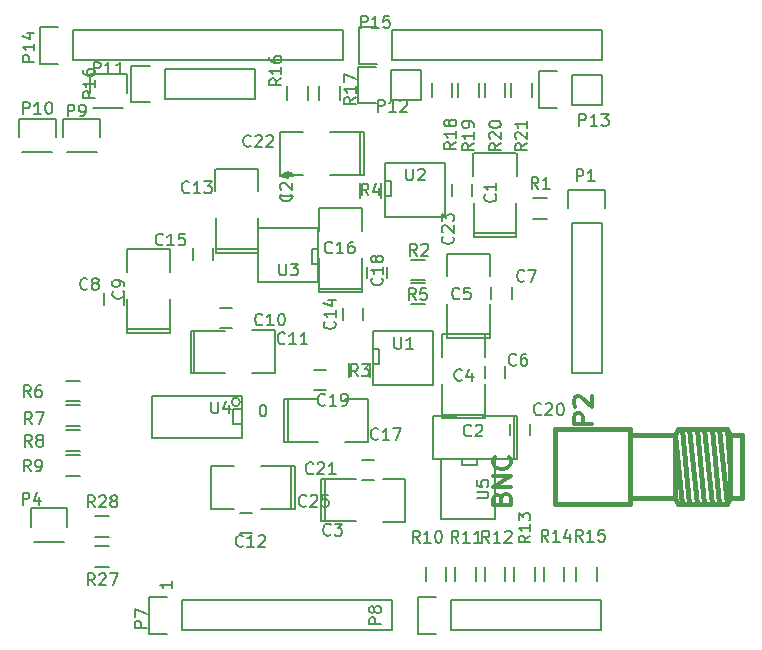
<source format=gto>
G04 #@! TF.FileFunction,Legend,Top*
%FSLAX46Y46*%
G04 Gerber Fmt 4.6, Leading zero omitted, Abs format (unit mm)*
G04 Created by KiCad (PCBNEW (2014-11-17 BZR 5289)-product) date Wed 21 Oct 2015 02:01:30 PM EDT*
%MOMM*%
G01*
G04 APERTURE LIST*
%ADD10C,0.100000*%
%ADD11C,0.150000*%
%ADD12C,0.381000*%
%ADD13C,0.304800*%
G04 APERTURE END LIST*
D10*
D11*
X139390381Y-120999285D02*
X139390381Y-121570714D01*
X139390381Y-121285000D02*
X138390381Y-121285000D01*
X138533238Y-121380238D01*
X138628476Y-121475476D01*
X138676095Y-121570714D01*
D12*
X186674060Y-113914380D02*
X187618940Y-113914380D01*
X186674060Y-108595620D02*
X187618940Y-108595620D01*
X178167600Y-108595620D02*
X181947120Y-108595620D01*
X178167600Y-113914380D02*
X181947120Y-113914380D01*
X186359100Y-108062220D02*
X186674060Y-111521700D01*
X182577040Y-114447780D02*
X181947120Y-108595620D01*
X182577040Y-108062220D02*
X183206960Y-114447780D01*
X183206960Y-108062220D02*
X183836880Y-114447780D01*
X183836880Y-108062220D02*
X184466800Y-114447780D01*
X184466800Y-108062220D02*
X185099260Y-114447780D01*
X185099260Y-108062220D02*
X185729180Y-114447780D01*
X185729180Y-108062220D02*
X186359100Y-114447780D01*
X186359100Y-108062220D02*
X186674060Y-108595620D01*
X186674060Y-108595620D02*
X186674060Y-113914380D01*
X186674060Y-113914380D02*
X186359100Y-114447780D01*
X186359100Y-114447780D02*
X182262080Y-114447780D01*
X182262080Y-114447780D02*
X181947120Y-113914380D01*
X181947120Y-113914380D02*
X181947120Y-108595620D01*
X181947120Y-108595620D02*
X182262080Y-108062220D01*
X182262080Y-108062220D02*
X186359100Y-108062220D01*
X187618940Y-113914380D02*
X187618940Y-108595620D01*
X178167600Y-108105400D02*
X178167600Y-114404600D01*
X178167600Y-114404600D02*
X171868400Y-114404600D01*
X171868400Y-114404600D02*
X171868400Y-108105400D01*
X171868400Y-108105400D02*
X178167600Y-108105400D01*
D11*
X166754000Y-110665000D02*
X166754000Y-115745000D01*
X166754000Y-115745000D02*
X162182000Y-115745000D01*
X162182000Y-115745000D02*
X162182000Y-110665000D01*
X162182000Y-110665000D02*
X166754000Y-110665000D01*
X165230000Y-110665000D02*
X165230000Y-111173000D01*
X165230000Y-111173000D02*
X163960000Y-111173000D01*
X163960000Y-111173000D02*
X163960000Y-110665000D01*
X137688000Y-108843000D02*
X145308000Y-108843000D01*
X145308000Y-105287000D02*
X137688000Y-105287000D01*
X137688000Y-108843000D02*
X137688000Y-105287000D01*
X145308000Y-105287000D02*
X145308000Y-108843000D01*
X145159210Y-105795000D02*
G75*
G03X145159210Y-105795000I-359210J0D01*
G01*
X145308000Y-107700000D02*
X144546000Y-107700000D01*
X144546000Y-107700000D02*
X144546000Y-106430000D01*
X144546000Y-106430000D02*
X145308000Y-106430000D01*
X151788000Y-95651000D02*
X146708000Y-95651000D01*
X146708000Y-95651000D02*
X146708000Y-91079000D01*
X146708000Y-91079000D02*
X151788000Y-91079000D01*
X151788000Y-91079000D02*
X151788000Y-95651000D01*
X151788000Y-94127000D02*
X151280000Y-94127000D01*
X151280000Y-94127000D02*
X151280000Y-92857000D01*
X151280000Y-92857000D02*
X151788000Y-92857000D01*
X157458000Y-85579000D02*
X162538000Y-85579000D01*
X162538000Y-85579000D02*
X162538000Y-90151000D01*
X162538000Y-90151000D02*
X157458000Y-90151000D01*
X157458000Y-90151000D02*
X157458000Y-85579000D01*
X157458000Y-87103000D02*
X157966000Y-87103000D01*
X157966000Y-87103000D02*
X157966000Y-88373000D01*
X157966000Y-88373000D02*
X157458000Y-88373000D01*
X156458000Y-99829000D02*
X161538000Y-99829000D01*
X161538000Y-99829000D02*
X161538000Y-104401000D01*
X161538000Y-104401000D02*
X156458000Y-104401000D01*
X156458000Y-104401000D02*
X156458000Y-99829000D01*
X156458000Y-101353000D02*
X156966000Y-101353000D01*
X156966000Y-101353000D02*
X156966000Y-102623000D01*
X156966000Y-102623000D02*
X156458000Y-102623000D01*
X165928000Y-102775000D02*
X165928000Y-103775000D01*
X167628000Y-103775000D02*
X167628000Y-102775000D01*
X168123000Y-79965000D02*
X168123000Y-78765000D01*
X169873000Y-78765000D02*
X169873000Y-79965000D01*
X165873000Y-79965000D02*
X165873000Y-78765000D01*
X167623000Y-78765000D02*
X167623000Y-79965000D01*
X163623000Y-79965000D02*
X163623000Y-78765000D01*
X165373000Y-78765000D02*
X165373000Y-79965000D01*
X161373000Y-79965000D02*
X161373000Y-78765000D01*
X163123000Y-78765000D02*
X163123000Y-79965000D01*
X151873000Y-80215000D02*
X151873000Y-79015000D01*
X153623000Y-79015000D02*
X153623000Y-80215000D01*
X149123000Y-80215000D02*
X149123000Y-79015000D01*
X150873000Y-79015000D02*
X150873000Y-80215000D01*
X173623000Y-120965000D02*
X173623000Y-119765000D01*
X175373000Y-119765000D02*
X175373000Y-120965000D01*
X170873000Y-120965000D02*
X170873000Y-119765000D01*
X172623000Y-119765000D02*
X172623000Y-120965000D01*
X168373000Y-120965000D02*
X168373000Y-119765000D01*
X170123000Y-119765000D02*
X170123000Y-120965000D01*
X165873000Y-120965000D02*
X165873000Y-119765000D01*
X167623000Y-119765000D02*
X167623000Y-120965000D01*
X163373000Y-120965000D02*
X163373000Y-119765000D01*
X165123000Y-119765000D02*
X165123000Y-120965000D01*
X160873000Y-120965000D02*
X160873000Y-119765000D01*
X162623000Y-119765000D02*
X162623000Y-120965000D01*
X131598000Y-112040000D02*
X130398000Y-112040000D01*
X130398000Y-110290000D02*
X131598000Y-110290000D01*
X131598000Y-109940000D02*
X130398000Y-109940000D01*
X130398000Y-108190000D02*
X131598000Y-108190000D01*
X131598000Y-107840000D02*
X130398000Y-107840000D01*
X130398000Y-106090000D02*
X131598000Y-106090000D01*
X131598000Y-105740000D02*
X130398000Y-105740000D01*
X130398000Y-103990000D02*
X131598000Y-103990000D01*
X160848000Y-97490000D02*
X159648000Y-97490000D01*
X159648000Y-95740000D02*
X160848000Y-95740000D01*
X155333000Y-88495000D02*
X155333000Y-87295000D01*
X157083000Y-87295000D02*
X157083000Y-88495000D01*
X154423000Y-103665000D02*
X154423000Y-102465000D01*
X156173000Y-102465000D02*
X156173000Y-103665000D01*
X159648000Y-93740000D02*
X160848000Y-93740000D01*
X160848000Y-95490000D02*
X159648000Y-95490000D01*
X171188000Y-90280000D02*
X169988000Y-90280000D01*
X169988000Y-88530000D02*
X171188000Y-88530000D01*
X149628000Y-86655000D02*
X148628000Y-86655000D01*
X148628000Y-88355000D02*
X149628000Y-88355000D01*
X164778000Y-88335000D02*
X164778000Y-87335000D01*
X163078000Y-87335000D02*
X163078000Y-88335000D01*
X155478000Y-112405000D02*
X156478000Y-112405000D01*
X156478000Y-110705000D02*
X155478000Y-110705000D01*
X168038000Y-107625000D02*
X168038000Y-108625000D01*
X169738000Y-108625000D02*
X169738000Y-107625000D01*
X152398000Y-103115000D02*
X151398000Y-103115000D01*
X151398000Y-104815000D02*
X152398000Y-104815000D01*
X155928000Y-94335000D02*
X155928000Y-95335000D01*
X157628000Y-95335000D02*
X157628000Y-94335000D01*
X141148000Y-92765000D02*
X141148000Y-93765000D01*
X142848000Y-93765000D02*
X142848000Y-92765000D01*
X155598000Y-98865000D02*
X155598000Y-97865000D01*
X153898000Y-97865000D02*
X153898000Y-98865000D01*
X145198000Y-116915000D02*
X146198000Y-116915000D01*
X146198000Y-115215000D02*
X145198000Y-115215000D01*
X143498000Y-99515000D02*
X144498000Y-99515000D01*
X144498000Y-97815000D02*
X143498000Y-97815000D01*
X135348000Y-97565000D02*
X135348000Y-96565000D01*
X133648000Y-96565000D02*
X133648000Y-97565000D01*
X168148000Y-97065000D02*
X168148000Y-96065000D01*
X166448000Y-96065000D02*
X166448000Y-97065000D01*
X175768000Y-90635000D02*
X175768000Y-103335000D01*
X175768000Y-103335000D02*
X173228000Y-103335000D01*
X173228000Y-103335000D02*
X173228000Y-90635000D01*
X176048000Y-87815000D02*
X176048000Y-89365000D01*
X175768000Y-90635000D02*
X173228000Y-90635000D01*
X172948000Y-89365000D02*
X172948000Y-87815000D01*
X172948000Y-87815000D02*
X176048000Y-87815000D01*
X138768000Y-80135000D02*
X146388000Y-80135000D01*
X138768000Y-77595000D02*
X146388000Y-77595000D01*
X135948000Y-77315000D02*
X137498000Y-77315000D01*
X146388000Y-80135000D02*
X146388000Y-77595000D01*
X138768000Y-77595000D02*
X138768000Y-80135000D01*
X137498000Y-80415000D02*
X135948000Y-80415000D01*
X135948000Y-80415000D02*
X135948000Y-77315000D01*
X158018000Y-74345000D02*
X175798000Y-74345000D01*
X175798000Y-74345000D02*
X175798000Y-76885000D01*
X175798000Y-76885000D02*
X158018000Y-76885000D01*
X155198000Y-74065000D02*
X156748000Y-74065000D01*
X158018000Y-74345000D02*
X158018000Y-76885000D01*
X156748000Y-77165000D02*
X155198000Y-77165000D01*
X155198000Y-77165000D02*
X155198000Y-74065000D01*
X131018000Y-74345000D02*
X153878000Y-74345000D01*
X153878000Y-74345000D02*
X153878000Y-76885000D01*
X153878000Y-76885000D02*
X131018000Y-76885000D01*
X128198000Y-74065000D02*
X129748000Y-74065000D01*
X131018000Y-74345000D02*
X131018000Y-76885000D01*
X129748000Y-77165000D02*
X128198000Y-77165000D01*
X128198000Y-77165000D02*
X128198000Y-74065000D01*
X173268000Y-78095000D02*
X175808000Y-78095000D01*
X170448000Y-77815000D02*
X171998000Y-77815000D01*
X173268000Y-78095000D02*
X173268000Y-80635000D01*
X171998000Y-80915000D02*
X170448000Y-80915000D01*
X170448000Y-80915000D02*
X170448000Y-77815000D01*
X173268000Y-80635000D02*
X175808000Y-80635000D01*
X175808000Y-80635000D02*
X175808000Y-78095000D01*
X157968000Y-77695000D02*
X160508000Y-77695000D01*
X155148000Y-77415000D02*
X156698000Y-77415000D01*
X157968000Y-77695000D02*
X157968000Y-80235000D01*
X156698000Y-80515000D02*
X155148000Y-80515000D01*
X155148000Y-80515000D02*
X155148000Y-77415000D01*
X157968000Y-80235000D02*
X160508000Y-80235000D01*
X160508000Y-80235000D02*
X160508000Y-77695000D01*
X135548000Y-78065000D02*
X135548000Y-79615000D01*
X132448000Y-79615000D02*
X132448000Y-78065000D01*
X132448000Y-78065000D02*
X135548000Y-78065000D01*
X132728000Y-80885000D02*
X135268000Y-80885000D01*
X129548000Y-81815000D02*
X129548000Y-83365000D01*
X126448000Y-83365000D02*
X126448000Y-81815000D01*
X126448000Y-81815000D02*
X129548000Y-81815000D01*
X126728000Y-84635000D02*
X129268000Y-84635000D01*
X133298000Y-81815000D02*
X133298000Y-83365000D01*
X130198000Y-83365000D02*
X130198000Y-81815000D01*
X130198000Y-81815000D02*
X133298000Y-81815000D01*
X130478000Y-84635000D02*
X133018000Y-84635000D01*
X163018000Y-122595000D02*
X175718000Y-122595000D01*
X175718000Y-122595000D02*
X175718000Y-125135000D01*
X175718000Y-125135000D02*
X163018000Y-125135000D01*
X160198000Y-122315000D02*
X161748000Y-122315000D01*
X163018000Y-122595000D02*
X163018000Y-125135000D01*
X161748000Y-125415000D02*
X160198000Y-125415000D01*
X160198000Y-125415000D02*
X160198000Y-122315000D01*
X140268000Y-122595000D02*
X158048000Y-122595000D01*
X158048000Y-122595000D02*
X158048000Y-125135000D01*
X158048000Y-125135000D02*
X140268000Y-125135000D01*
X137448000Y-122315000D02*
X138998000Y-122315000D01*
X140268000Y-122595000D02*
X140268000Y-125135000D01*
X138998000Y-125415000D02*
X137448000Y-125415000D01*
X137448000Y-125415000D02*
X137448000Y-122315000D01*
X130548000Y-114815000D02*
X130548000Y-116365000D01*
X127448000Y-116365000D02*
X127448000Y-114815000D01*
X127448000Y-114815000D02*
X130548000Y-114815000D01*
X127728000Y-117635000D02*
X130268000Y-117635000D01*
X168318000Y-110615000D02*
X168318000Y-107015000D01*
X168618000Y-107015000D02*
X165718000Y-107015000D01*
X168618000Y-110615000D02*
X165718000Y-110615000D01*
X168618000Y-110615000D02*
X168618000Y-110265000D01*
X168618000Y-107015000D02*
X168618000Y-107415000D01*
X161518000Y-107015000D02*
X161518000Y-107815000D01*
X161518000Y-110215000D02*
X161518000Y-110415000D01*
X161518000Y-110415000D02*
X161518000Y-110615000D01*
X168612000Y-110339000D02*
X168612000Y-107291000D01*
X163429000Y-106991000D02*
X161524000Y-106991000D01*
X161524000Y-107291000D02*
X161524000Y-110339000D01*
X161524000Y-110639000D02*
X163429000Y-110639000D01*
X152348000Y-112315000D02*
X152348000Y-115915000D01*
X152048000Y-115915000D02*
X154948000Y-115915000D01*
X152048000Y-112315000D02*
X154948000Y-112315000D01*
X152048000Y-112315000D02*
X152048000Y-112665000D01*
X152048000Y-115915000D02*
X152048000Y-115515000D01*
X159148000Y-115915000D02*
X159148000Y-115115000D01*
X159148000Y-112715000D02*
X159148000Y-112515000D01*
X159148000Y-112515000D02*
X159148000Y-112315000D01*
X152054000Y-112591000D02*
X152054000Y-115639000D01*
X157237000Y-115939000D02*
X159142000Y-115939000D01*
X159142000Y-115639000D02*
X159142000Y-112591000D01*
X159142000Y-112291000D02*
X157237000Y-112291000D01*
X162258000Y-106875000D02*
X165858000Y-106875000D01*
X165858000Y-107175000D02*
X165858000Y-104275000D01*
X162258000Y-107175000D02*
X162258000Y-104275000D01*
X162258000Y-107175000D02*
X162608000Y-107175000D01*
X165858000Y-107175000D02*
X165458000Y-107175000D01*
X165858000Y-100075000D02*
X165058000Y-100075000D01*
X162658000Y-100075000D02*
X162458000Y-100075000D01*
X162458000Y-100075000D02*
X162258000Y-100075000D01*
X162534000Y-107169000D02*
X165582000Y-107169000D01*
X165882000Y-101986000D02*
X165882000Y-100081000D01*
X165582000Y-100081000D02*
X162534000Y-100081000D01*
X162234000Y-100081000D02*
X162234000Y-101986000D01*
X162698000Y-100065000D02*
X166298000Y-100065000D01*
X166298000Y-100365000D02*
X166298000Y-97465000D01*
X162698000Y-100365000D02*
X162698000Y-97465000D01*
X162698000Y-100365000D02*
X163048000Y-100365000D01*
X166298000Y-100365000D02*
X165898000Y-100365000D01*
X166298000Y-93265000D02*
X165498000Y-93265000D01*
X163098000Y-93265000D02*
X162898000Y-93265000D01*
X162898000Y-93265000D02*
X162698000Y-93265000D01*
X162974000Y-100359000D02*
X166022000Y-100359000D01*
X166322000Y-95176000D02*
X166322000Y-93271000D01*
X166022000Y-93271000D02*
X162974000Y-93271000D01*
X162674000Y-93271000D02*
X162674000Y-95176000D01*
X135598000Y-99665000D02*
X139198000Y-99665000D01*
X139198000Y-99965000D02*
X139198000Y-97065000D01*
X135598000Y-99965000D02*
X135598000Y-97065000D01*
X135598000Y-99965000D02*
X135948000Y-99965000D01*
X139198000Y-99965000D02*
X138798000Y-99965000D01*
X139198000Y-92865000D02*
X138398000Y-92865000D01*
X135998000Y-92865000D02*
X135798000Y-92865000D01*
X135798000Y-92865000D02*
X135598000Y-92865000D01*
X135874000Y-99959000D02*
X138922000Y-99959000D01*
X139222000Y-94776000D02*
X139222000Y-92871000D01*
X138922000Y-92871000D02*
X135874000Y-92871000D01*
X135574000Y-92871000D02*
X135574000Y-94776000D01*
X141298000Y-99765000D02*
X141298000Y-103365000D01*
X140998000Y-103365000D02*
X143898000Y-103365000D01*
X140998000Y-99765000D02*
X143898000Y-99765000D01*
X140998000Y-99765000D02*
X140998000Y-100115000D01*
X140998000Y-103365000D02*
X140998000Y-102965000D01*
X148098000Y-103365000D02*
X148098000Y-102565000D01*
X148098000Y-100165000D02*
X148098000Y-99965000D01*
X148098000Y-99965000D02*
X148098000Y-99765000D01*
X141004000Y-100041000D02*
X141004000Y-103089000D01*
X146187000Y-103389000D02*
X148092000Y-103389000D01*
X148092000Y-103089000D02*
X148092000Y-100041000D01*
X148092000Y-99741000D02*
X146187000Y-99741000D01*
X143098000Y-92865000D02*
X146698000Y-92865000D01*
X146698000Y-93165000D02*
X146698000Y-90265000D01*
X143098000Y-93165000D02*
X143098000Y-90265000D01*
X143098000Y-93165000D02*
X143448000Y-93165000D01*
X146698000Y-93165000D02*
X146298000Y-93165000D01*
X146698000Y-86065000D02*
X145898000Y-86065000D01*
X143498000Y-86065000D02*
X143298000Y-86065000D01*
X143298000Y-86065000D02*
X143098000Y-86065000D01*
X143374000Y-93159000D02*
X146422000Y-93159000D01*
X146722000Y-87976000D02*
X146722000Y-86071000D01*
X146422000Y-86071000D02*
X143374000Y-86071000D01*
X143074000Y-86071000D02*
X143074000Y-87976000D01*
X151858000Y-96215000D02*
X155458000Y-96215000D01*
X155458000Y-96515000D02*
X155458000Y-93615000D01*
X151858000Y-96515000D02*
X151858000Y-93615000D01*
X151858000Y-96515000D02*
X152208000Y-96515000D01*
X155458000Y-96515000D02*
X155058000Y-96515000D01*
X155458000Y-89415000D02*
X154658000Y-89415000D01*
X152258000Y-89415000D02*
X152058000Y-89415000D01*
X152058000Y-89415000D02*
X151858000Y-89415000D01*
X152134000Y-96509000D02*
X155182000Y-96509000D01*
X155482000Y-91326000D02*
X155482000Y-89421000D01*
X155182000Y-89421000D02*
X152134000Y-89421000D01*
X151834000Y-89421000D02*
X151834000Y-91326000D01*
X149198000Y-105565000D02*
X149198000Y-109165000D01*
X148898000Y-109165000D02*
X151798000Y-109165000D01*
X148898000Y-105565000D02*
X151798000Y-105565000D01*
X148898000Y-105565000D02*
X148898000Y-105915000D01*
X148898000Y-109165000D02*
X148898000Y-108765000D01*
X155998000Y-109165000D02*
X155998000Y-108365000D01*
X155998000Y-105965000D02*
X155998000Y-105765000D01*
X155998000Y-105765000D02*
X155998000Y-105565000D01*
X148904000Y-105841000D02*
X148904000Y-108889000D01*
X154087000Y-109189000D02*
X155992000Y-109189000D01*
X155992000Y-108889000D02*
X155992000Y-105841000D01*
X155992000Y-105541000D02*
X154087000Y-105541000D01*
X155338000Y-86575000D02*
X155338000Y-82975000D01*
X155638000Y-82975000D02*
X152738000Y-82975000D01*
X155638000Y-86575000D02*
X152738000Y-86575000D01*
X155638000Y-86575000D02*
X155638000Y-86225000D01*
X155638000Y-82975000D02*
X155638000Y-83375000D01*
X148538000Y-82975000D02*
X148538000Y-83775000D01*
X148538000Y-86175000D02*
X148538000Y-86375000D01*
X148538000Y-86375000D02*
X148538000Y-86575000D01*
X155632000Y-86299000D02*
X155632000Y-83251000D01*
X150449000Y-82951000D02*
X148544000Y-82951000D01*
X148544000Y-83251000D02*
X148544000Y-86299000D01*
X148544000Y-86599000D02*
X150449000Y-86599000D01*
X149498000Y-114865000D02*
X149498000Y-111265000D01*
X149798000Y-111265000D02*
X146898000Y-111265000D01*
X149798000Y-114865000D02*
X146898000Y-114865000D01*
X149798000Y-114865000D02*
X149798000Y-114515000D01*
X149798000Y-111265000D02*
X149798000Y-111665000D01*
X142698000Y-111265000D02*
X142698000Y-112065000D01*
X142698000Y-114465000D02*
X142698000Y-114665000D01*
X142698000Y-114665000D02*
X142698000Y-114865000D01*
X149792000Y-114589000D02*
X149792000Y-111541000D01*
X144609000Y-111241000D02*
X142704000Y-111241000D01*
X142704000Y-111541000D02*
X142704000Y-114589000D01*
X142704000Y-114889000D02*
X144609000Y-114889000D01*
X164948000Y-91535000D02*
X168548000Y-91535000D01*
X168548000Y-91835000D02*
X168548000Y-88935000D01*
X164948000Y-91835000D02*
X164948000Y-88935000D01*
X164948000Y-91835000D02*
X165298000Y-91835000D01*
X168548000Y-91835000D02*
X168148000Y-91835000D01*
X168548000Y-84735000D02*
X167748000Y-84735000D01*
X165348000Y-84735000D02*
X165148000Y-84735000D01*
X165148000Y-84735000D02*
X164948000Y-84735000D01*
X165224000Y-91829000D02*
X168272000Y-91829000D01*
X168572000Y-86646000D02*
X168572000Y-84741000D01*
X168272000Y-84741000D02*
X165224000Y-84741000D01*
X164924000Y-84741000D02*
X164924000Y-86646000D01*
X134098000Y-119740000D02*
X132898000Y-119740000D01*
X132898000Y-117990000D02*
X134098000Y-117990000D01*
X134098000Y-117240000D02*
X132898000Y-117240000D01*
X132898000Y-115490000D02*
X134098000Y-115490000D01*
X147050381Y-106017381D02*
X147145620Y-106017381D01*
X147240858Y-106065000D01*
X147288477Y-106112619D01*
X147336096Y-106207857D01*
X147383715Y-106398333D01*
X147383715Y-106636429D01*
X147336096Y-106826905D01*
X147288477Y-106922143D01*
X147240858Y-106969762D01*
X147145620Y-107017381D01*
X147050381Y-107017381D01*
X146955143Y-106969762D01*
X146907524Y-106922143D01*
X146859905Y-106826905D01*
X146812286Y-106636429D01*
X146812286Y-106398333D01*
X146859905Y-106207857D01*
X146907524Y-106112619D01*
X146955143Y-106065000D01*
X147050381Y-106017381D01*
D13*
X174937429Y-107639857D02*
X173413429Y-107639857D01*
X173413429Y-107059285D01*
X173486000Y-106914143D01*
X173558571Y-106841571D01*
X173703714Y-106769000D01*
X173921429Y-106769000D01*
X174066571Y-106841571D01*
X174139143Y-106914143D01*
X174211714Y-107059285D01*
X174211714Y-107639857D01*
X173558571Y-106188428D02*
X173486000Y-106115857D01*
X173413429Y-105970714D01*
X173413429Y-105607857D01*
X173486000Y-105462714D01*
X173558571Y-105390143D01*
X173703714Y-105317571D01*
X173848857Y-105317571D01*
X174066571Y-105390143D01*
X174937429Y-106261000D01*
X174937429Y-105317571D01*
X167289143Y-113976428D02*
X167361714Y-113758714D01*
X167434286Y-113686142D01*
X167579429Y-113613571D01*
X167797143Y-113613571D01*
X167942286Y-113686142D01*
X168014857Y-113758714D01*
X168087429Y-113903856D01*
X168087429Y-114484428D01*
X166563429Y-114484428D01*
X166563429Y-113976428D01*
X166636000Y-113831285D01*
X166708571Y-113758714D01*
X166853714Y-113686142D01*
X166998857Y-113686142D01*
X167144000Y-113758714D01*
X167216571Y-113831285D01*
X167289143Y-113976428D01*
X167289143Y-114484428D01*
X168087429Y-112960428D02*
X166563429Y-112960428D01*
X168087429Y-112089571D01*
X166563429Y-112089571D01*
X167942286Y-110493000D02*
X168014857Y-110565571D01*
X168087429Y-110783285D01*
X168087429Y-110928428D01*
X168014857Y-111146143D01*
X167869714Y-111291285D01*
X167724571Y-111363857D01*
X167434286Y-111436428D01*
X167216571Y-111436428D01*
X166926286Y-111363857D01*
X166781143Y-111291285D01*
X166636000Y-111146143D01*
X166563429Y-110928428D01*
X166563429Y-110783285D01*
X166636000Y-110565571D01*
X166708571Y-110493000D01*
D11*
X165190381Y-113966905D02*
X165999905Y-113966905D01*
X166095143Y-113919286D01*
X166142762Y-113871667D01*
X166190381Y-113776429D01*
X166190381Y-113585952D01*
X166142762Y-113490714D01*
X166095143Y-113443095D01*
X165999905Y-113395476D01*
X165190381Y-113395476D01*
X165190381Y-112443095D02*
X165190381Y-112919286D01*
X165666571Y-112966905D01*
X165618952Y-112919286D01*
X165571333Y-112824048D01*
X165571333Y-112585952D01*
X165618952Y-112490714D01*
X165666571Y-112443095D01*
X165761810Y-112395476D01*
X165999905Y-112395476D01*
X166095143Y-112443095D01*
X166142762Y-112490714D01*
X166190381Y-112585952D01*
X166190381Y-112824048D01*
X166142762Y-112919286D01*
X166095143Y-112966905D01*
X142736095Y-105767381D02*
X142736095Y-106576905D01*
X142783714Y-106672143D01*
X142831333Y-106719762D01*
X142926571Y-106767381D01*
X143117048Y-106767381D01*
X143212286Y-106719762D01*
X143259905Y-106672143D01*
X143307524Y-106576905D01*
X143307524Y-105767381D01*
X144212286Y-106100714D02*
X144212286Y-106767381D01*
X143974190Y-105719762D02*
X143736095Y-106434048D01*
X144355143Y-106434048D01*
X148486095Y-94087381D02*
X148486095Y-94896905D01*
X148533714Y-94992143D01*
X148581333Y-95039762D01*
X148676571Y-95087381D01*
X148867048Y-95087381D01*
X148962286Y-95039762D01*
X149009905Y-94992143D01*
X149057524Y-94896905D01*
X149057524Y-94087381D01*
X149438476Y-94087381D02*
X150057524Y-94087381D01*
X149724190Y-94468333D01*
X149867048Y-94468333D01*
X149962286Y-94515952D01*
X150009905Y-94563571D01*
X150057524Y-94658810D01*
X150057524Y-94896905D01*
X150009905Y-94992143D01*
X149962286Y-95039762D01*
X149867048Y-95087381D01*
X149581333Y-95087381D01*
X149486095Y-95039762D01*
X149438476Y-94992143D01*
X159236095Y-86047381D02*
X159236095Y-86856905D01*
X159283714Y-86952143D01*
X159331333Y-86999762D01*
X159426571Y-87047381D01*
X159617048Y-87047381D01*
X159712286Y-86999762D01*
X159759905Y-86952143D01*
X159807524Y-86856905D01*
X159807524Y-86047381D01*
X160236095Y-86142619D02*
X160283714Y-86095000D01*
X160378952Y-86047381D01*
X160617048Y-86047381D01*
X160712286Y-86095000D01*
X160759905Y-86142619D01*
X160807524Y-86237857D01*
X160807524Y-86333095D01*
X160759905Y-86475952D01*
X160188476Y-87047381D01*
X160807524Y-87047381D01*
X158236095Y-100297381D02*
X158236095Y-101106905D01*
X158283714Y-101202143D01*
X158331333Y-101249762D01*
X158426571Y-101297381D01*
X158617048Y-101297381D01*
X158712286Y-101249762D01*
X158759905Y-101202143D01*
X158807524Y-101106905D01*
X158807524Y-100297381D01*
X159807524Y-101297381D02*
X159236095Y-101297381D01*
X159521809Y-101297381D02*
X159521809Y-100297381D01*
X159426571Y-100440238D01*
X159331333Y-100535476D01*
X159236095Y-100583095D01*
X168531334Y-102622143D02*
X168483715Y-102669762D01*
X168340858Y-102717381D01*
X168245620Y-102717381D01*
X168102762Y-102669762D01*
X168007524Y-102574524D01*
X167959905Y-102479286D01*
X167912286Y-102288810D01*
X167912286Y-102145952D01*
X167959905Y-101955476D01*
X168007524Y-101860238D01*
X168102762Y-101765000D01*
X168245620Y-101717381D01*
X168340858Y-101717381D01*
X168483715Y-101765000D01*
X168531334Y-101812619D01*
X169388477Y-101717381D02*
X169198000Y-101717381D01*
X169102762Y-101765000D01*
X169055143Y-101812619D01*
X168959905Y-101955476D01*
X168912286Y-102145952D01*
X168912286Y-102526905D01*
X168959905Y-102622143D01*
X169007524Y-102669762D01*
X169102762Y-102717381D01*
X169293239Y-102717381D01*
X169388477Y-102669762D01*
X169436096Y-102622143D01*
X169483715Y-102526905D01*
X169483715Y-102288810D01*
X169436096Y-102193571D01*
X169388477Y-102145952D01*
X169293239Y-102098333D01*
X169102762Y-102098333D01*
X169007524Y-102145952D01*
X168959905Y-102193571D01*
X168912286Y-102288810D01*
X169450381Y-83907857D02*
X168974190Y-84241191D01*
X169450381Y-84479286D02*
X168450381Y-84479286D01*
X168450381Y-84098333D01*
X168498000Y-84003095D01*
X168545619Y-83955476D01*
X168640857Y-83907857D01*
X168783714Y-83907857D01*
X168878952Y-83955476D01*
X168926571Y-84003095D01*
X168974190Y-84098333D01*
X168974190Y-84479286D01*
X168545619Y-83526905D02*
X168498000Y-83479286D01*
X168450381Y-83384048D01*
X168450381Y-83145952D01*
X168498000Y-83050714D01*
X168545619Y-83003095D01*
X168640857Y-82955476D01*
X168736095Y-82955476D01*
X168878952Y-83003095D01*
X169450381Y-83574524D01*
X169450381Y-82955476D01*
X169450381Y-82003095D02*
X169450381Y-82574524D01*
X169450381Y-82288810D02*
X168450381Y-82288810D01*
X168593238Y-82384048D01*
X168688476Y-82479286D01*
X168736095Y-82574524D01*
X167250381Y-83907857D02*
X166774190Y-84241191D01*
X167250381Y-84479286D02*
X166250381Y-84479286D01*
X166250381Y-84098333D01*
X166298000Y-84003095D01*
X166345619Y-83955476D01*
X166440857Y-83907857D01*
X166583714Y-83907857D01*
X166678952Y-83955476D01*
X166726571Y-84003095D01*
X166774190Y-84098333D01*
X166774190Y-84479286D01*
X166345619Y-83526905D02*
X166298000Y-83479286D01*
X166250381Y-83384048D01*
X166250381Y-83145952D01*
X166298000Y-83050714D01*
X166345619Y-83003095D01*
X166440857Y-82955476D01*
X166536095Y-82955476D01*
X166678952Y-83003095D01*
X167250381Y-83574524D01*
X167250381Y-82955476D01*
X166250381Y-82336429D02*
X166250381Y-82241190D01*
X166298000Y-82145952D01*
X166345619Y-82098333D01*
X166440857Y-82050714D01*
X166631333Y-82003095D01*
X166869429Y-82003095D01*
X167059905Y-82050714D01*
X167155143Y-82098333D01*
X167202762Y-82145952D01*
X167250381Y-82241190D01*
X167250381Y-82336429D01*
X167202762Y-82431667D01*
X167155143Y-82479286D01*
X167059905Y-82526905D01*
X166869429Y-82574524D01*
X166631333Y-82574524D01*
X166440857Y-82526905D01*
X166345619Y-82479286D01*
X166298000Y-82431667D01*
X166250381Y-82336429D01*
X164950381Y-83907857D02*
X164474190Y-84241191D01*
X164950381Y-84479286D02*
X163950381Y-84479286D01*
X163950381Y-84098333D01*
X163998000Y-84003095D01*
X164045619Y-83955476D01*
X164140857Y-83907857D01*
X164283714Y-83907857D01*
X164378952Y-83955476D01*
X164426571Y-84003095D01*
X164474190Y-84098333D01*
X164474190Y-84479286D01*
X164950381Y-82955476D02*
X164950381Y-83526905D01*
X164950381Y-83241191D02*
X163950381Y-83241191D01*
X164093238Y-83336429D01*
X164188476Y-83431667D01*
X164236095Y-83526905D01*
X164950381Y-82479286D02*
X164950381Y-82288810D01*
X164902762Y-82193571D01*
X164855143Y-82145952D01*
X164712286Y-82050714D01*
X164521810Y-82003095D01*
X164140857Y-82003095D01*
X164045619Y-82050714D01*
X163998000Y-82098333D01*
X163950381Y-82193571D01*
X163950381Y-82384048D01*
X163998000Y-82479286D01*
X164045619Y-82526905D01*
X164140857Y-82574524D01*
X164378952Y-82574524D01*
X164474190Y-82526905D01*
X164521810Y-82479286D01*
X164569429Y-82384048D01*
X164569429Y-82193571D01*
X164521810Y-82098333D01*
X164474190Y-82050714D01*
X164378952Y-82003095D01*
X163450381Y-83807857D02*
X162974190Y-84141191D01*
X163450381Y-84379286D02*
X162450381Y-84379286D01*
X162450381Y-83998333D01*
X162498000Y-83903095D01*
X162545619Y-83855476D01*
X162640857Y-83807857D01*
X162783714Y-83807857D01*
X162878952Y-83855476D01*
X162926571Y-83903095D01*
X162974190Y-83998333D01*
X162974190Y-84379286D01*
X163450381Y-82855476D02*
X163450381Y-83426905D01*
X163450381Y-83141191D02*
X162450381Y-83141191D01*
X162593238Y-83236429D01*
X162688476Y-83331667D01*
X162736095Y-83426905D01*
X162878952Y-82284048D02*
X162831333Y-82379286D01*
X162783714Y-82426905D01*
X162688476Y-82474524D01*
X162640857Y-82474524D01*
X162545619Y-82426905D01*
X162498000Y-82379286D01*
X162450381Y-82284048D01*
X162450381Y-82093571D01*
X162498000Y-81998333D01*
X162545619Y-81950714D01*
X162640857Y-81903095D01*
X162688476Y-81903095D01*
X162783714Y-81950714D01*
X162831333Y-81998333D01*
X162878952Y-82093571D01*
X162878952Y-82284048D01*
X162926571Y-82379286D01*
X162974190Y-82426905D01*
X163069429Y-82474524D01*
X163259905Y-82474524D01*
X163355143Y-82426905D01*
X163402762Y-82379286D01*
X163450381Y-82284048D01*
X163450381Y-82093571D01*
X163402762Y-81998333D01*
X163355143Y-81950714D01*
X163259905Y-81903095D01*
X163069429Y-81903095D01*
X162974190Y-81950714D01*
X162926571Y-81998333D01*
X162878952Y-82093571D01*
X154950381Y-80007857D02*
X154474190Y-80341191D01*
X154950381Y-80579286D02*
X153950381Y-80579286D01*
X153950381Y-80198333D01*
X153998000Y-80103095D01*
X154045619Y-80055476D01*
X154140857Y-80007857D01*
X154283714Y-80007857D01*
X154378952Y-80055476D01*
X154426571Y-80103095D01*
X154474190Y-80198333D01*
X154474190Y-80579286D01*
X154950381Y-79055476D02*
X154950381Y-79626905D01*
X154950381Y-79341191D02*
X153950381Y-79341191D01*
X154093238Y-79436429D01*
X154188476Y-79531667D01*
X154236095Y-79626905D01*
X153950381Y-78722143D02*
X153950381Y-78055476D01*
X154950381Y-78484048D01*
X148650381Y-78407857D02*
X148174190Y-78741191D01*
X148650381Y-78979286D02*
X147650381Y-78979286D01*
X147650381Y-78598333D01*
X147698000Y-78503095D01*
X147745619Y-78455476D01*
X147840857Y-78407857D01*
X147983714Y-78407857D01*
X148078952Y-78455476D01*
X148126571Y-78503095D01*
X148174190Y-78598333D01*
X148174190Y-78979286D01*
X148650381Y-77455476D02*
X148650381Y-78026905D01*
X148650381Y-77741191D02*
X147650381Y-77741191D01*
X147793238Y-77836429D01*
X147888476Y-77931667D01*
X147936095Y-78026905D01*
X147650381Y-76598333D02*
X147650381Y-76788810D01*
X147698000Y-76884048D01*
X147745619Y-76931667D01*
X147888476Y-77026905D01*
X148078952Y-77074524D01*
X148459905Y-77074524D01*
X148555143Y-77026905D01*
X148602762Y-76979286D01*
X148650381Y-76884048D01*
X148650381Y-76693571D01*
X148602762Y-76598333D01*
X148555143Y-76550714D01*
X148459905Y-76503095D01*
X148221810Y-76503095D01*
X148126571Y-76550714D01*
X148078952Y-76598333D01*
X148031333Y-76693571D01*
X148031333Y-76884048D01*
X148078952Y-76979286D01*
X148126571Y-77026905D01*
X148221810Y-77074524D01*
X174155143Y-117617381D02*
X173821809Y-117141190D01*
X173583714Y-117617381D02*
X173583714Y-116617381D01*
X173964667Y-116617381D01*
X174059905Y-116665000D01*
X174107524Y-116712619D01*
X174155143Y-116807857D01*
X174155143Y-116950714D01*
X174107524Y-117045952D01*
X174059905Y-117093571D01*
X173964667Y-117141190D01*
X173583714Y-117141190D01*
X175107524Y-117617381D02*
X174536095Y-117617381D01*
X174821809Y-117617381D02*
X174821809Y-116617381D01*
X174726571Y-116760238D01*
X174631333Y-116855476D01*
X174536095Y-116903095D01*
X176012286Y-116617381D02*
X175536095Y-116617381D01*
X175488476Y-117093571D01*
X175536095Y-117045952D01*
X175631333Y-116998333D01*
X175869429Y-116998333D01*
X175964667Y-117045952D01*
X176012286Y-117093571D01*
X176059905Y-117188810D01*
X176059905Y-117426905D01*
X176012286Y-117522143D01*
X175964667Y-117569762D01*
X175869429Y-117617381D01*
X175631333Y-117617381D01*
X175536095Y-117569762D01*
X175488476Y-117522143D01*
X171255143Y-117617381D02*
X170921809Y-117141190D01*
X170683714Y-117617381D02*
X170683714Y-116617381D01*
X171064667Y-116617381D01*
X171159905Y-116665000D01*
X171207524Y-116712619D01*
X171255143Y-116807857D01*
X171255143Y-116950714D01*
X171207524Y-117045952D01*
X171159905Y-117093571D01*
X171064667Y-117141190D01*
X170683714Y-117141190D01*
X172207524Y-117617381D02*
X171636095Y-117617381D01*
X171921809Y-117617381D02*
X171921809Y-116617381D01*
X171826571Y-116760238D01*
X171731333Y-116855476D01*
X171636095Y-116903095D01*
X173064667Y-116950714D02*
X173064667Y-117617381D01*
X172826571Y-116569762D02*
X172588476Y-117284048D01*
X173207524Y-117284048D01*
X169750381Y-117107857D02*
X169274190Y-117441191D01*
X169750381Y-117679286D02*
X168750381Y-117679286D01*
X168750381Y-117298333D01*
X168798000Y-117203095D01*
X168845619Y-117155476D01*
X168940857Y-117107857D01*
X169083714Y-117107857D01*
X169178952Y-117155476D01*
X169226571Y-117203095D01*
X169274190Y-117298333D01*
X169274190Y-117679286D01*
X169750381Y-116155476D02*
X169750381Y-116726905D01*
X169750381Y-116441191D02*
X168750381Y-116441191D01*
X168893238Y-116536429D01*
X168988476Y-116631667D01*
X169036095Y-116726905D01*
X168750381Y-115822143D02*
X168750381Y-115203095D01*
X169131333Y-115536429D01*
X169131333Y-115393571D01*
X169178952Y-115298333D01*
X169226571Y-115250714D01*
X169321810Y-115203095D01*
X169559905Y-115203095D01*
X169655143Y-115250714D01*
X169702762Y-115298333D01*
X169750381Y-115393571D01*
X169750381Y-115679286D01*
X169702762Y-115774524D01*
X169655143Y-115822143D01*
X166255143Y-117717381D02*
X165921809Y-117241190D01*
X165683714Y-117717381D02*
X165683714Y-116717381D01*
X166064667Y-116717381D01*
X166159905Y-116765000D01*
X166207524Y-116812619D01*
X166255143Y-116907857D01*
X166255143Y-117050714D01*
X166207524Y-117145952D01*
X166159905Y-117193571D01*
X166064667Y-117241190D01*
X165683714Y-117241190D01*
X167207524Y-117717381D02*
X166636095Y-117717381D01*
X166921809Y-117717381D02*
X166921809Y-116717381D01*
X166826571Y-116860238D01*
X166731333Y-116955476D01*
X166636095Y-117003095D01*
X167588476Y-116812619D02*
X167636095Y-116765000D01*
X167731333Y-116717381D01*
X167969429Y-116717381D01*
X168064667Y-116765000D01*
X168112286Y-116812619D01*
X168159905Y-116907857D01*
X168159905Y-117003095D01*
X168112286Y-117145952D01*
X167540857Y-117717381D01*
X168159905Y-117717381D01*
X163655143Y-117717381D02*
X163321809Y-117241190D01*
X163083714Y-117717381D02*
X163083714Y-116717381D01*
X163464667Y-116717381D01*
X163559905Y-116765000D01*
X163607524Y-116812619D01*
X163655143Y-116907857D01*
X163655143Y-117050714D01*
X163607524Y-117145952D01*
X163559905Y-117193571D01*
X163464667Y-117241190D01*
X163083714Y-117241190D01*
X164607524Y-117717381D02*
X164036095Y-117717381D01*
X164321809Y-117717381D02*
X164321809Y-116717381D01*
X164226571Y-116860238D01*
X164131333Y-116955476D01*
X164036095Y-117003095D01*
X165559905Y-117717381D02*
X164988476Y-117717381D01*
X165274190Y-117717381D02*
X165274190Y-116717381D01*
X165178952Y-116860238D01*
X165083714Y-116955476D01*
X164988476Y-117003095D01*
X160355143Y-117717381D02*
X160021809Y-117241190D01*
X159783714Y-117717381D02*
X159783714Y-116717381D01*
X160164667Y-116717381D01*
X160259905Y-116765000D01*
X160307524Y-116812619D01*
X160355143Y-116907857D01*
X160355143Y-117050714D01*
X160307524Y-117145952D01*
X160259905Y-117193571D01*
X160164667Y-117241190D01*
X159783714Y-117241190D01*
X161307524Y-117717381D02*
X160736095Y-117717381D01*
X161021809Y-117717381D02*
X161021809Y-116717381D01*
X160926571Y-116860238D01*
X160831333Y-116955476D01*
X160736095Y-117003095D01*
X161926571Y-116717381D02*
X162021810Y-116717381D01*
X162117048Y-116765000D01*
X162164667Y-116812619D01*
X162212286Y-116907857D01*
X162259905Y-117098333D01*
X162259905Y-117336429D01*
X162212286Y-117526905D01*
X162164667Y-117622143D01*
X162117048Y-117669762D01*
X162021810Y-117717381D01*
X161926571Y-117717381D01*
X161831333Y-117669762D01*
X161783714Y-117622143D01*
X161736095Y-117526905D01*
X161688476Y-117336429D01*
X161688476Y-117098333D01*
X161736095Y-116907857D01*
X161783714Y-116812619D01*
X161831333Y-116765000D01*
X161926571Y-116717381D01*
X127431334Y-111687381D02*
X127098000Y-111211190D01*
X126859905Y-111687381D02*
X126859905Y-110687381D01*
X127240858Y-110687381D01*
X127336096Y-110735000D01*
X127383715Y-110782619D01*
X127431334Y-110877857D01*
X127431334Y-111020714D01*
X127383715Y-111115952D01*
X127336096Y-111163571D01*
X127240858Y-111211190D01*
X126859905Y-111211190D01*
X127907524Y-111687381D02*
X128098000Y-111687381D01*
X128193239Y-111639762D01*
X128240858Y-111592143D01*
X128336096Y-111449286D01*
X128383715Y-111258810D01*
X128383715Y-110877857D01*
X128336096Y-110782619D01*
X128288477Y-110735000D01*
X128193239Y-110687381D01*
X128002762Y-110687381D01*
X127907524Y-110735000D01*
X127859905Y-110782619D01*
X127812286Y-110877857D01*
X127812286Y-111115952D01*
X127859905Y-111211190D01*
X127907524Y-111258810D01*
X128002762Y-111306429D01*
X128193239Y-111306429D01*
X128288477Y-111258810D01*
X128336096Y-111211190D01*
X128383715Y-111115952D01*
X127531334Y-109587381D02*
X127198000Y-109111190D01*
X126959905Y-109587381D02*
X126959905Y-108587381D01*
X127340858Y-108587381D01*
X127436096Y-108635000D01*
X127483715Y-108682619D01*
X127531334Y-108777857D01*
X127531334Y-108920714D01*
X127483715Y-109015952D01*
X127436096Y-109063571D01*
X127340858Y-109111190D01*
X126959905Y-109111190D01*
X128102762Y-109015952D02*
X128007524Y-108968333D01*
X127959905Y-108920714D01*
X127912286Y-108825476D01*
X127912286Y-108777857D01*
X127959905Y-108682619D01*
X128007524Y-108635000D01*
X128102762Y-108587381D01*
X128293239Y-108587381D01*
X128388477Y-108635000D01*
X128436096Y-108682619D01*
X128483715Y-108777857D01*
X128483715Y-108825476D01*
X128436096Y-108920714D01*
X128388477Y-108968333D01*
X128293239Y-109015952D01*
X128102762Y-109015952D01*
X128007524Y-109063571D01*
X127959905Y-109111190D01*
X127912286Y-109206429D01*
X127912286Y-109396905D01*
X127959905Y-109492143D01*
X128007524Y-109539762D01*
X128102762Y-109587381D01*
X128293239Y-109587381D01*
X128388477Y-109539762D01*
X128436096Y-109492143D01*
X128483715Y-109396905D01*
X128483715Y-109206429D01*
X128436096Y-109111190D01*
X128388477Y-109063571D01*
X128293239Y-109015952D01*
X127531334Y-107687381D02*
X127198000Y-107211190D01*
X126959905Y-107687381D02*
X126959905Y-106687381D01*
X127340858Y-106687381D01*
X127436096Y-106735000D01*
X127483715Y-106782619D01*
X127531334Y-106877857D01*
X127531334Y-107020714D01*
X127483715Y-107115952D01*
X127436096Y-107163571D01*
X127340858Y-107211190D01*
X126959905Y-107211190D01*
X127864667Y-106687381D02*
X128531334Y-106687381D01*
X128102762Y-107687381D01*
X127431334Y-105387381D02*
X127098000Y-104911190D01*
X126859905Y-105387381D02*
X126859905Y-104387381D01*
X127240858Y-104387381D01*
X127336096Y-104435000D01*
X127383715Y-104482619D01*
X127431334Y-104577857D01*
X127431334Y-104720714D01*
X127383715Y-104815952D01*
X127336096Y-104863571D01*
X127240858Y-104911190D01*
X126859905Y-104911190D01*
X128288477Y-104387381D02*
X128098000Y-104387381D01*
X128002762Y-104435000D01*
X127955143Y-104482619D01*
X127859905Y-104625476D01*
X127812286Y-104815952D01*
X127812286Y-105196905D01*
X127859905Y-105292143D01*
X127907524Y-105339762D01*
X128002762Y-105387381D01*
X128193239Y-105387381D01*
X128288477Y-105339762D01*
X128336096Y-105292143D01*
X128383715Y-105196905D01*
X128383715Y-104958810D01*
X128336096Y-104863571D01*
X128288477Y-104815952D01*
X128193239Y-104768333D01*
X128002762Y-104768333D01*
X127907524Y-104815952D01*
X127859905Y-104863571D01*
X127812286Y-104958810D01*
X160031334Y-97167381D02*
X159698000Y-96691190D01*
X159459905Y-97167381D02*
X159459905Y-96167381D01*
X159840858Y-96167381D01*
X159936096Y-96215000D01*
X159983715Y-96262619D01*
X160031334Y-96357857D01*
X160031334Y-96500714D01*
X159983715Y-96595952D01*
X159936096Y-96643571D01*
X159840858Y-96691190D01*
X159459905Y-96691190D01*
X160936096Y-96167381D02*
X160459905Y-96167381D01*
X160412286Y-96643571D01*
X160459905Y-96595952D01*
X160555143Y-96548333D01*
X160793239Y-96548333D01*
X160888477Y-96595952D01*
X160936096Y-96643571D01*
X160983715Y-96738810D01*
X160983715Y-96976905D01*
X160936096Y-97072143D01*
X160888477Y-97119762D01*
X160793239Y-97167381D01*
X160555143Y-97167381D01*
X160459905Y-97119762D01*
X160412286Y-97072143D01*
X156031334Y-88317381D02*
X155698000Y-87841190D01*
X155459905Y-88317381D02*
X155459905Y-87317381D01*
X155840858Y-87317381D01*
X155936096Y-87365000D01*
X155983715Y-87412619D01*
X156031334Y-87507857D01*
X156031334Y-87650714D01*
X155983715Y-87745952D01*
X155936096Y-87793571D01*
X155840858Y-87841190D01*
X155459905Y-87841190D01*
X156888477Y-87650714D02*
X156888477Y-88317381D01*
X156650381Y-87269762D02*
X156412286Y-87984048D01*
X157031334Y-87984048D01*
X155131334Y-103617381D02*
X154798000Y-103141190D01*
X154559905Y-103617381D02*
X154559905Y-102617381D01*
X154940858Y-102617381D01*
X155036096Y-102665000D01*
X155083715Y-102712619D01*
X155131334Y-102807857D01*
X155131334Y-102950714D01*
X155083715Y-103045952D01*
X155036096Y-103093571D01*
X154940858Y-103141190D01*
X154559905Y-103141190D01*
X155464667Y-102617381D02*
X156083715Y-102617381D01*
X155750381Y-102998333D01*
X155893239Y-102998333D01*
X155988477Y-103045952D01*
X156036096Y-103093571D01*
X156083715Y-103188810D01*
X156083715Y-103426905D01*
X156036096Y-103522143D01*
X155988477Y-103569762D01*
X155893239Y-103617381D01*
X155607524Y-103617381D01*
X155512286Y-103569762D01*
X155464667Y-103522143D01*
X160131334Y-93417381D02*
X159798000Y-92941190D01*
X159559905Y-93417381D02*
X159559905Y-92417381D01*
X159940858Y-92417381D01*
X160036096Y-92465000D01*
X160083715Y-92512619D01*
X160131334Y-92607857D01*
X160131334Y-92750714D01*
X160083715Y-92845952D01*
X160036096Y-92893571D01*
X159940858Y-92941190D01*
X159559905Y-92941190D01*
X160512286Y-92512619D02*
X160559905Y-92465000D01*
X160655143Y-92417381D01*
X160893239Y-92417381D01*
X160988477Y-92465000D01*
X161036096Y-92512619D01*
X161083715Y-92607857D01*
X161083715Y-92703095D01*
X161036096Y-92845952D01*
X160464667Y-93417381D01*
X161083715Y-93417381D01*
X170421334Y-87757381D02*
X170088000Y-87281190D01*
X169849905Y-87757381D02*
X169849905Y-86757381D01*
X170230858Y-86757381D01*
X170326096Y-86805000D01*
X170373715Y-86852619D01*
X170421334Y-86947857D01*
X170421334Y-87090714D01*
X170373715Y-87185952D01*
X170326096Y-87233571D01*
X170230858Y-87281190D01*
X169849905Y-87281190D01*
X171373715Y-87757381D02*
X170802286Y-87757381D01*
X171088000Y-87757381D02*
X171088000Y-86757381D01*
X170992762Y-86900238D01*
X170897524Y-86995476D01*
X170802286Y-87043095D01*
X149455143Y-88207857D02*
X149502762Y-88255476D01*
X149550381Y-88398333D01*
X149550381Y-88493571D01*
X149502762Y-88636429D01*
X149407524Y-88731667D01*
X149312286Y-88779286D01*
X149121810Y-88826905D01*
X148978952Y-88826905D01*
X148788476Y-88779286D01*
X148693238Y-88731667D01*
X148598000Y-88636429D01*
X148550381Y-88493571D01*
X148550381Y-88398333D01*
X148598000Y-88255476D01*
X148645619Y-88207857D01*
X148645619Y-87826905D02*
X148598000Y-87779286D01*
X148550381Y-87684048D01*
X148550381Y-87445952D01*
X148598000Y-87350714D01*
X148645619Y-87303095D01*
X148740857Y-87255476D01*
X148836095Y-87255476D01*
X148978952Y-87303095D01*
X149550381Y-87874524D01*
X149550381Y-87255476D01*
X148883714Y-86398333D02*
X149550381Y-86398333D01*
X148502762Y-86636429D02*
X149217048Y-86874524D01*
X149217048Y-86255476D01*
X163155143Y-91807857D02*
X163202762Y-91855476D01*
X163250381Y-91998333D01*
X163250381Y-92093571D01*
X163202762Y-92236429D01*
X163107524Y-92331667D01*
X163012286Y-92379286D01*
X162821810Y-92426905D01*
X162678952Y-92426905D01*
X162488476Y-92379286D01*
X162393238Y-92331667D01*
X162298000Y-92236429D01*
X162250381Y-92093571D01*
X162250381Y-91998333D01*
X162298000Y-91855476D01*
X162345619Y-91807857D01*
X162345619Y-91426905D02*
X162298000Y-91379286D01*
X162250381Y-91284048D01*
X162250381Y-91045952D01*
X162298000Y-90950714D01*
X162345619Y-90903095D01*
X162440857Y-90855476D01*
X162536095Y-90855476D01*
X162678952Y-90903095D01*
X163250381Y-91474524D01*
X163250381Y-90855476D01*
X162250381Y-90522143D02*
X162250381Y-89903095D01*
X162631333Y-90236429D01*
X162631333Y-90093571D01*
X162678952Y-89998333D01*
X162726571Y-89950714D01*
X162821810Y-89903095D01*
X163059905Y-89903095D01*
X163155143Y-89950714D01*
X163202762Y-89998333D01*
X163250381Y-90093571D01*
X163250381Y-90379286D01*
X163202762Y-90474524D01*
X163155143Y-90522143D01*
X151355143Y-111822143D02*
X151307524Y-111869762D01*
X151164667Y-111917381D01*
X151069429Y-111917381D01*
X150926571Y-111869762D01*
X150831333Y-111774524D01*
X150783714Y-111679286D01*
X150736095Y-111488810D01*
X150736095Y-111345952D01*
X150783714Y-111155476D01*
X150831333Y-111060238D01*
X150926571Y-110965000D01*
X151069429Y-110917381D01*
X151164667Y-110917381D01*
X151307524Y-110965000D01*
X151355143Y-111012619D01*
X151736095Y-111012619D02*
X151783714Y-110965000D01*
X151878952Y-110917381D01*
X152117048Y-110917381D01*
X152212286Y-110965000D01*
X152259905Y-111012619D01*
X152307524Y-111107857D01*
X152307524Y-111203095D01*
X152259905Y-111345952D01*
X151688476Y-111917381D01*
X152307524Y-111917381D01*
X153259905Y-111917381D02*
X152688476Y-111917381D01*
X152974190Y-111917381D02*
X152974190Y-110917381D01*
X152878952Y-111060238D01*
X152783714Y-111155476D01*
X152688476Y-111203095D01*
X170655143Y-106822143D02*
X170607524Y-106869762D01*
X170464667Y-106917381D01*
X170369429Y-106917381D01*
X170226571Y-106869762D01*
X170131333Y-106774524D01*
X170083714Y-106679286D01*
X170036095Y-106488810D01*
X170036095Y-106345952D01*
X170083714Y-106155476D01*
X170131333Y-106060238D01*
X170226571Y-105965000D01*
X170369429Y-105917381D01*
X170464667Y-105917381D01*
X170607524Y-105965000D01*
X170655143Y-106012619D01*
X171036095Y-106012619D02*
X171083714Y-105965000D01*
X171178952Y-105917381D01*
X171417048Y-105917381D01*
X171512286Y-105965000D01*
X171559905Y-106012619D01*
X171607524Y-106107857D01*
X171607524Y-106203095D01*
X171559905Y-106345952D01*
X170988476Y-106917381D01*
X171607524Y-106917381D01*
X172226571Y-105917381D02*
X172321810Y-105917381D01*
X172417048Y-105965000D01*
X172464667Y-106012619D01*
X172512286Y-106107857D01*
X172559905Y-106298333D01*
X172559905Y-106536429D01*
X172512286Y-106726905D01*
X172464667Y-106822143D01*
X172417048Y-106869762D01*
X172321810Y-106917381D01*
X172226571Y-106917381D01*
X172131333Y-106869762D01*
X172083714Y-106822143D01*
X172036095Y-106726905D01*
X171988476Y-106536429D01*
X171988476Y-106298333D01*
X172036095Y-106107857D01*
X172083714Y-106012619D01*
X172131333Y-105965000D01*
X172226571Y-105917381D01*
X152355143Y-106022143D02*
X152307524Y-106069762D01*
X152164667Y-106117381D01*
X152069429Y-106117381D01*
X151926571Y-106069762D01*
X151831333Y-105974524D01*
X151783714Y-105879286D01*
X151736095Y-105688810D01*
X151736095Y-105545952D01*
X151783714Y-105355476D01*
X151831333Y-105260238D01*
X151926571Y-105165000D01*
X152069429Y-105117381D01*
X152164667Y-105117381D01*
X152307524Y-105165000D01*
X152355143Y-105212619D01*
X153307524Y-106117381D02*
X152736095Y-106117381D01*
X153021809Y-106117381D02*
X153021809Y-105117381D01*
X152926571Y-105260238D01*
X152831333Y-105355476D01*
X152736095Y-105403095D01*
X153783714Y-106117381D02*
X153974190Y-106117381D01*
X154069429Y-106069762D01*
X154117048Y-106022143D01*
X154212286Y-105879286D01*
X154259905Y-105688810D01*
X154259905Y-105307857D01*
X154212286Y-105212619D01*
X154164667Y-105165000D01*
X154069429Y-105117381D01*
X153878952Y-105117381D01*
X153783714Y-105165000D01*
X153736095Y-105212619D01*
X153688476Y-105307857D01*
X153688476Y-105545952D01*
X153736095Y-105641190D01*
X153783714Y-105688810D01*
X153878952Y-105736429D01*
X154069429Y-105736429D01*
X154164667Y-105688810D01*
X154212286Y-105641190D01*
X154259905Y-105545952D01*
X157155143Y-95307857D02*
X157202762Y-95355476D01*
X157250381Y-95498333D01*
X157250381Y-95593571D01*
X157202762Y-95736429D01*
X157107524Y-95831667D01*
X157012286Y-95879286D01*
X156821810Y-95926905D01*
X156678952Y-95926905D01*
X156488476Y-95879286D01*
X156393238Y-95831667D01*
X156298000Y-95736429D01*
X156250381Y-95593571D01*
X156250381Y-95498333D01*
X156298000Y-95355476D01*
X156345619Y-95307857D01*
X157250381Y-94355476D02*
X157250381Y-94926905D01*
X157250381Y-94641191D02*
X156250381Y-94641191D01*
X156393238Y-94736429D01*
X156488476Y-94831667D01*
X156536095Y-94926905D01*
X156678952Y-93784048D02*
X156631333Y-93879286D01*
X156583714Y-93926905D01*
X156488476Y-93974524D01*
X156440857Y-93974524D01*
X156345619Y-93926905D01*
X156298000Y-93879286D01*
X156250381Y-93784048D01*
X156250381Y-93593571D01*
X156298000Y-93498333D01*
X156345619Y-93450714D01*
X156440857Y-93403095D01*
X156488476Y-93403095D01*
X156583714Y-93450714D01*
X156631333Y-93498333D01*
X156678952Y-93593571D01*
X156678952Y-93784048D01*
X156726571Y-93879286D01*
X156774190Y-93926905D01*
X156869429Y-93974524D01*
X157059905Y-93974524D01*
X157155143Y-93926905D01*
X157202762Y-93879286D01*
X157250381Y-93784048D01*
X157250381Y-93593571D01*
X157202762Y-93498333D01*
X157155143Y-93450714D01*
X157059905Y-93403095D01*
X156869429Y-93403095D01*
X156774190Y-93450714D01*
X156726571Y-93498333D01*
X156678952Y-93593571D01*
X138625143Y-92452143D02*
X138577524Y-92499762D01*
X138434667Y-92547381D01*
X138339429Y-92547381D01*
X138196571Y-92499762D01*
X138101333Y-92404524D01*
X138053714Y-92309286D01*
X138006095Y-92118810D01*
X138006095Y-91975952D01*
X138053714Y-91785476D01*
X138101333Y-91690238D01*
X138196571Y-91595000D01*
X138339429Y-91547381D01*
X138434667Y-91547381D01*
X138577524Y-91595000D01*
X138625143Y-91642619D01*
X139577524Y-92547381D02*
X139006095Y-92547381D01*
X139291809Y-92547381D02*
X139291809Y-91547381D01*
X139196571Y-91690238D01*
X139101333Y-91785476D01*
X139006095Y-91833095D01*
X140482286Y-91547381D02*
X140006095Y-91547381D01*
X139958476Y-92023571D01*
X140006095Y-91975952D01*
X140101333Y-91928333D01*
X140339429Y-91928333D01*
X140434667Y-91975952D01*
X140482286Y-92023571D01*
X140529905Y-92118810D01*
X140529905Y-92356905D01*
X140482286Y-92452143D01*
X140434667Y-92499762D01*
X140339429Y-92547381D01*
X140101333Y-92547381D01*
X140006095Y-92499762D01*
X139958476Y-92452143D01*
X153155143Y-99007857D02*
X153202762Y-99055476D01*
X153250381Y-99198333D01*
X153250381Y-99293571D01*
X153202762Y-99436429D01*
X153107524Y-99531667D01*
X153012286Y-99579286D01*
X152821810Y-99626905D01*
X152678952Y-99626905D01*
X152488476Y-99579286D01*
X152393238Y-99531667D01*
X152298000Y-99436429D01*
X152250381Y-99293571D01*
X152250381Y-99198333D01*
X152298000Y-99055476D01*
X152345619Y-99007857D01*
X153250381Y-98055476D02*
X153250381Y-98626905D01*
X153250381Y-98341191D02*
X152250381Y-98341191D01*
X152393238Y-98436429D01*
X152488476Y-98531667D01*
X152536095Y-98626905D01*
X152583714Y-97198333D02*
X153250381Y-97198333D01*
X152202762Y-97436429D02*
X152917048Y-97674524D01*
X152917048Y-97055476D01*
X145405143Y-117972143D02*
X145357524Y-118019762D01*
X145214667Y-118067381D01*
X145119429Y-118067381D01*
X144976571Y-118019762D01*
X144881333Y-117924524D01*
X144833714Y-117829286D01*
X144786095Y-117638810D01*
X144786095Y-117495952D01*
X144833714Y-117305476D01*
X144881333Y-117210238D01*
X144976571Y-117115000D01*
X145119429Y-117067381D01*
X145214667Y-117067381D01*
X145357524Y-117115000D01*
X145405143Y-117162619D01*
X146357524Y-118067381D02*
X145786095Y-118067381D01*
X146071809Y-118067381D02*
X146071809Y-117067381D01*
X145976571Y-117210238D01*
X145881333Y-117305476D01*
X145786095Y-117353095D01*
X146738476Y-117162619D02*
X146786095Y-117115000D01*
X146881333Y-117067381D01*
X147119429Y-117067381D01*
X147214667Y-117115000D01*
X147262286Y-117162619D01*
X147309905Y-117257857D01*
X147309905Y-117353095D01*
X147262286Y-117495952D01*
X146690857Y-118067381D01*
X147309905Y-118067381D01*
X147055143Y-99222143D02*
X147007524Y-99269762D01*
X146864667Y-99317381D01*
X146769429Y-99317381D01*
X146626571Y-99269762D01*
X146531333Y-99174524D01*
X146483714Y-99079286D01*
X146436095Y-98888810D01*
X146436095Y-98745952D01*
X146483714Y-98555476D01*
X146531333Y-98460238D01*
X146626571Y-98365000D01*
X146769429Y-98317381D01*
X146864667Y-98317381D01*
X147007524Y-98365000D01*
X147055143Y-98412619D01*
X148007524Y-99317381D02*
X147436095Y-99317381D01*
X147721809Y-99317381D02*
X147721809Y-98317381D01*
X147626571Y-98460238D01*
X147531333Y-98555476D01*
X147436095Y-98603095D01*
X148626571Y-98317381D02*
X148721810Y-98317381D01*
X148817048Y-98365000D01*
X148864667Y-98412619D01*
X148912286Y-98507857D01*
X148959905Y-98698333D01*
X148959905Y-98936429D01*
X148912286Y-99126905D01*
X148864667Y-99222143D01*
X148817048Y-99269762D01*
X148721810Y-99317381D01*
X148626571Y-99317381D01*
X148531333Y-99269762D01*
X148483714Y-99222143D01*
X148436095Y-99126905D01*
X148388476Y-98936429D01*
X148388476Y-98698333D01*
X148436095Y-98507857D01*
X148483714Y-98412619D01*
X148531333Y-98365000D01*
X148626571Y-98317381D01*
X132231334Y-96222143D02*
X132183715Y-96269762D01*
X132040858Y-96317381D01*
X131945620Y-96317381D01*
X131802762Y-96269762D01*
X131707524Y-96174524D01*
X131659905Y-96079286D01*
X131612286Y-95888810D01*
X131612286Y-95745952D01*
X131659905Y-95555476D01*
X131707524Y-95460238D01*
X131802762Y-95365000D01*
X131945620Y-95317381D01*
X132040858Y-95317381D01*
X132183715Y-95365000D01*
X132231334Y-95412619D01*
X132802762Y-95745952D02*
X132707524Y-95698333D01*
X132659905Y-95650714D01*
X132612286Y-95555476D01*
X132612286Y-95507857D01*
X132659905Y-95412619D01*
X132707524Y-95365000D01*
X132802762Y-95317381D01*
X132993239Y-95317381D01*
X133088477Y-95365000D01*
X133136096Y-95412619D01*
X133183715Y-95507857D01*
X133183715Y-95555476D01*
X133136096Y-95650714D01*
X133088477Y-95698333D01*
X132993239Y-95745952D01*
X132802762Y-95745952D01*
X132707524Y-95793571D01*
X132659905Y-95841190D01*
X132612286Y-95936429D01*
X132612286Y-96126905D01*
X132659905Y-96222143D01*
X132707524Y-96269762D01*
X132802762Y-96317381D01*
X132993239Y-96317381D01*
X133088477Y-96269762D01*
X133136096Y-96222143D01*
X133183715Y-96126905D01*
X133183715Y-95936429D01*
X133136096Y-95841190D01*
X133088477Y-95793571D01*
X132993239Y-95745952D01*
X169231334Y-95522143D02*
X169183715Y-95569762D01*
X169040858Y-95617381D01*
X168945620Y-95617381D01*
X168802762Y-95569762D01*
X168707524Y-95474524D01*
X168659905Y-95379286D01*
X168612286Y-95188810D01*
X168612286Y-95045952D01*
X168659905Y-94855476D01*
X168707524Y-94760238D01*
X168802762Y-94665000D01*
X168945620Y-94617381D01*
X169040858Y-94617381D01*
X169183715Y-94665000D01*
X169231334Y-94712619D01*
X169564667Y-94617381D02*
X170231334Y-94617381D01*
X169802762Y-95617381D01*
X173659905Y-87117381D02*
X173659905Y-86117381D01*
X174040858Y-86117381D01*
X174136096Y-86165000D01*
X174183715Y-86212619D01*
X174231334Y-86307857D01*
X174231334Y-86450714D01*
X174183715Y-86545952D01*
X174136096Y-86593571D01*
X174040858Y-86641190D01*
X173659905Y-86641190D01*
X175183715Y-87117381D02*
X174612286Y-87117381D01*
X174898000Y-87117381D02*
X174898000Y-86117381D01*
X174802762Y-86260238D01*
X174707524Y-86355476D01*
X174612286Y-86403095D01*
X132850381Y-80079286D02*
X131850381Y-80079286D01*
X131850381Y-79698333D01*
X131898000Y-79603095D01*
X131945619Y-79555476D01*
X132040857Y-79507857D01*
X132183714Y-79507857D01*
X132278952Y-79555476D01*
X132326571Y-79603095D01*
X132374190Y-79698333D01*
X132374190Y-80079286D01*
X132850381Y-78555476D02*
X132850381Y-79126905D01*
X132850381Y-78841191D02*
X131850381Y-78841191D01*
X131993238Y-78936429D01*
X132088476Y-79031667D01*
X132136095Y-79126905D01*
X131850381Y-77698333D02*
X131850381Y-77888810D01*
X131898000Y-77984048D01*
X131945619Y-78031667D01*
X132088476Y-78126905D01*
X132278952Y-78174524D01*
X132659905Y-78174524D01*
X132755143Y-78126905D01*
X132802762Y-78079286D01*
X132850381Y-77984048D01*
X132850381Y-77793571D01*
X132802762Y-77698333D01*
X132755143Y-77650714D01*
X132659905Y-77603095D01*
X132421810Y-77603095D01*
X132326571Y-77650714D01*
X132278952Y-77698333D01*
X132231333Y-77793571D01*
X132231333Y-77984048D01*
X132278952Y-78079286D01*
X132326571Y-78126905D01*
X132421810Y-78174524D01*
X155383714Y-74117381D02*
X155383714Y-73117381D01*
X155764667Y-73117381D01*
X155859905Y-73165000D01*
X155907524Y-73212619D01*
X155955143Y-73307857D01*
X155955143Y-73450714D01*
X155907524Y-73545952D01*
X155859905Y-73593571D01*
X155764667Y-73641190D01*
X155383714Y-73641190D01*
X156907524Y-74117381D02*
X156336095Y-74117381D01*
X156621809Y-74117381D02*
X156621809Y-73117381D01*
X156526571Y-73260238D01*
X156431333Y-73355476D01*
X156336095Y-73403095D01*
X157812286Y-73117381D02*
X157336095Y-73117381D01*
X157288476Y-73593571D01*
X157336095Y-73545952D01*
X157431333Y-73498333D01*
X157669429Y-73498333D01*
X157764667Y-73545952D01*
X157812286Y-73593571D01*
X157859905Y-73688810D01*
X157859905Y-73926905D01*
X157812286Y-74022143D01*
X157764667Y-74069762D01*
X157669429Y-74117381D01*
X157431333Y-74117381D01*
X157336095Y-74069762D01*
X157288476Y-74022143D01*
X127750381Y-76979286D02*
X126750381Y-76979286D01*
X126750381Y-76598333D01*
X126798000Y-76503095D01*
X126845619Y-76455476D01*
X126940857Y-76407857D01*
X127083714Y-76407857D01*
X127178952Y-76455476D01*
X127226571Y-76503095D01*
X127274190Y-76598333D01*
X127274190Y-76979286D01*
X127750381Y-75455476D02*
X127750381Y-76026905D01*
X127750381Y-75741191D02*
X126750381Y-75741191D01*
X126893238Y-75836429D01*
X126988476Y-75931667D01*
X127036095Y-76026905D01*
X127083714Y-74598333D02*
X127750381Y-74598333D01*
X126702762Y-74836429D02*
X127417048Y-75074524D01*
X127417048Y-74455476D01*
X173883714Y-82417381D02*
X173883714Y-81417381D01*
X174264667Y-81417381D01*
X174359905Y-81465000D01*
X174407524Y-81512619D01*
X174455143Y-81607857D01*
X174455143Y-81750714D01*
X174407524Y-81845952D01*
X174359905Y-81893571D01*
X174264667Y-81941190D01*
X173883714Y-81941190D01*
X175407524Y-82417381D02*
X174836095Y-82417381D01*
X175121809Y-82417381D02*
X175121809Y-81417381D01*
X175026571Y-81560238D01*
X174931333Y-81655476D01*
X174836095Y-81703095D01*
X175740857Y-81417381D02*
X176359905Y-81417381D01*
X176026571Y-81798333D01*
X176169429Y-81798333D01*
X176264667Y-81845952D01*
X176312286Y-81893571D01*
X176359905Y-81988810D01*
X176359905Y-82226905D01*
X176312286Y-82322143D01*
X176264667Y-82369762D01*
X176169429Y-82417381D01*
X175883714Y-82417381D01*
X175788476Y-82369762D01*
X175740857Y-82322143D01*
X156833714Y-81217381D02*
X156833714Y-80217381D01*
X157214667Y-80217381D01*
X157309905Y-80265000D01*
X157357524Y-80312619D01*
X157405143Y-80407857D01*
X157405143Y-80550714D01*
X157357524Y-80645952D01*
X157309905Y-80693571D01*
X157214667Y-80741190D01*
X156833714Y-80741190D01*
X158357524Y-81217381D02*
X157786095Y-81217381D01*
X158071809Y-81217381D02*
X158071809Y-80217381D01*
X157976571Y-80360238D01*
X157881333Y-80455476D01*
X157786095Y-80503095D01*
X158738476Y-80312619D02*
X158786095Y-80265000D01*
X158881333Y-80217381D01*
X159119429Y-80217381D01*
X159214667Y-80265000D01*
X159262286Y-80312619D01*
X159309905Y-80407857D01*
X159309905Y-80503095D01*
X159262286Y-80645952D01*
X158690857Y-81217381D01*
X159309905Y-81217381D01*
X132783714Y-78017381D02*
X132783714Y-77017381D01*
X133164667Y-77017381D01*
X133259905Y-77065000D01*
X133307524Y-77112619D01*
X133355143Y-77207857D01*
X133355143Y-77350714D01*
X133307524Y-77445952D01*
X133259905Y-77493571D01*
X133164667Y-77541190D01*
X132783714Y-77541190D01*
X134307524Y-78017381D02*
X133736095Y-78017381D01*
X134021809Y-78017381D02*
X134021809Y-77017381D01*
X133926571Y-77160238D01*
X133831333Y-77255476D01*
X133736095Y-77303095D01*
X135259905Y-78017381D02*
X134688476Y-78017381D01*
X134974190Y-78017381D02*
X134974190Y-77017381D01*
X134878952Y-77160238D01*
X134783714Y-77255476D01*
X134688476Y-77303095D01*
X126783714Y-81417381D02*
X126783714Y-80417381D01*
X127164667Y-80417381D01*
X127259905Y-80465000D01*
X127307524Y-80512619D01*
X127355143Y-80607857D01*
X127355143Y-80750714D01*
X127307524Y-80845952D01*
X127259905Y-80893571D01*
X127164667Y-80941190D01*
X126783714Y-80941190D01*
X128307524Y-81417381D02*
X127736095Y-81417381D01*
X128021809Y-81417381D02*
X128021809Y-80417381D01*
X127926571Y-80560238D01*
X127831333Y-80655476D01*
X127736095Y-80703095D01*
X128926571Y-80417381D02*
X129021810Y-80417381D01*
X129117048Y-80465000D01*
X129164667Y-80512619D01*
X129212286Y-80607857D01*
X129259905Y-80798333D01*
X129259905Y-81036429D01*
X129212286Y-81226905D01*
X129164667Y-81322143D01*
X129117048Y-81369762D01*
X129021810Y-81417381D01*
X128926571Y-81417381D01*
X128831333Y-81369762D01*
X128783714Y-81322143D01*
X128736095Y-81226905D01*
X128688476Y-81036429D01*
X128688476Y-80798333D01*
X128736095Y-80607857D01*
X128783714Y-80512619D01*
X128831333Y-80465000D01*
X128926571Y-80417381D01*
X130559905Y-81617381D02*
X130559905Y-80617381D01*
X130940858Y-80617381D01*
X131036096Y-80665000D01*
X131083715Y-80712619D01*
X131131334Y-80807857D01*
X131131334Y-80950714D01*
X131083715Y-81045952D01*
X131036096Y-81093571D01*
X130940858Y-81141190D01*
X130559905Y-81141190D01*
X131607524Y-81617381D02*
X131798000Y-81617381D01*
X131893239Y-81569762D01*
X131940858Y-81522143D01*
X132036096Y-81379286D01*
X132083715Y-81188810D01*
X132083715Y-80807857D01*
X132036096Y-80712619D01*
X131988477Y-80665000D01*
X131893239Y-80617381D01*
X131702762Y-80617381D01*
X131607524Y-80665000D01*
X131559905Y-80712619D01*
X131512286Y-80807857D01*
X131512286Y-81045952D01*
X131559905Y-81141190D01*
X131607524Y-81188810D01*
X131702762Y-81236429D01*
X131893239Y-81236429D01*
X131988477Y-81188810D01*
X132036096Y-81141190D01*
X132083715Y-81045952D01*
X157100381Y-124603095D02*
X156100381Y-124603095D01*
X156100381Y-124222142D01*
X156148000Y-124126904D01*
X156195619Y-124079285D01*
X156290857Y-124031666D01*
X156433714Y-124031666D01*
X156528952Y-124079285D01*
X156576571Y-124126904D01*
X156624190Y-124222142D01*
X156624190Y-124603095D01*
X156528952Y-123460238D02*
X156481333Y-123555476D01*
X156433714Y-123603095D01*
X156338476Y-123650714D01*
X156290857Y-123650714D01*
X156195619Y-123603095D01*
X156148000Y-123555476D01*
X156100381Y-123460238D01*
X156100381Y-123269761D01*
X156148000Y-123174523D01*
X156195619Y-123126904D01*
X156290857Y-123079285D01*
X156338476Y-123079285D01*
X156433714Y-123126904D01*
X156481333Y-123174523D01*
X156528952Y-123269761D01*
X156528952Y-123460238D01*
X156576571Y-123555476D01*
X156624190Y-123603095D01*
X156719429Y-123650714D01*
X156909905Y-123650714D01*
X157005143Y-123603095D01*
X157052762Y-123555476D01*
X157100381Y-123460238D01*
X157100381Y-123269761D01*
X157052762Y-123174523D01*
X157005143Y-123126904D01*
X156909905Y-123079285D01*
X156719429Y-123079285D01*
X156624190Y-123126904D01*
X156576571Y-123174523D01*
X156528952Y-123269761D01*
X137250381Y-124903095D02*
X136250381Y-124903095D01*
X136250381Y-124522142D01*
X136298000Y-124426904D01*
X136345619Y-124379285D01*
X136440857Y-124331666D01*
X136583714Y-124331666D01*
X136678952Y-124379285D01*
X136726571Y-124426904D01*
X136774190Y-124522142D01*
X136774190Y-124903095D01*
X136250381Y-123998333D02*
X136250381Y-123331666D01*
X137250381Y-123760238D01*
X126749905Y-114487381D02*
X126749905Y-113487381D01*
X127130858Y-113487381D01*
X127226096Y-113535000D01*
X127273715Y-113582619D01*
X127321334Y-113677857D01*
X127321334Y-113820714D01*
X127273715Y-113915952D01*
X127226096Y-113963571D01*
X127130858Y-114011190D01*
X126749905Y-114011190D01*
X128178477Y-113820714D02*
X128178477Y-114487381D01*
X127940381Y-113439762D02*
X127702286Y-114154048D01*
X128321334Y-114154048D01*
X164731334Y-108622143D02*
X164683715Y-108669762D01*
X164540858Y-108717381D01*
X164445620Y-108717381D01*
X164302762Y-108669762D01*
X164207524Y-108574524D01*
X164159905Y-108479286D01*
X164112286Y-108288810D01*
X164112286Y-108145952D01*
X164159905Y-107955476D01*
X164207524Y-107860238D01*
X164302762Y-107765000D01*
X164445620Y-107717381D01*
X164540858Y-107717381D01*
X164683715Y-107765000D01*
X164731334Y-107812619D01*
X165112286Y-107812619D02*
X165159905Y-107765000D01*
X165255143Y-107717381D01*
X165493239Y-107717381D01*
X165588477Y-107765000D01*
X165636096Y-107812619D01*
X165683715Y-107907857D01*
X165683715Y-108003095D01*
X165636096Y-108145952D01*
X165064667Y-108717381D01*
X165683715Y-108717381D01*
X152831334Y-117022143D02*
X152783715Y-117069762D01*
X152640858Y-117117381D01*
X152545620Y-117117381D01*
X152402762Y-117069762D01*
X152307524Y-116974524D01*
X152259905Y-116879286D01*
X152212286Y-116688810D01*
X152212286Y-116545952D01*
X152259905Y-116355476D01*
X152307524Y-116260238D01*
X152402762Y-116165000D01*
X152545620Y-116117381D01*
X152640858Y-116117381D01*
X152783715Y-116165000D01*
X152831334Y-116212619D01*
X153164667Y-116117381D02*
X153783715Y-116117381D01*
X153450381Y-116498333D01*
X153593239Y-116498333D01*
X153688477Y-116545952D01*
X153736096Y-116593571D01*
X153783715Y-116688810D01*
X153783715Y-116926905D01*
X153736096Y-117022143D01*
X153688477Y-117069762D01*
X153593239Y-117117381D01*
X153307524Y-117117381D01*
X153212286Y-117069762D01*
X153164667Y-117022143D01*
X163931334Y-103922143D02*
X163883715Y-103969762D01*
X163740858Y-104017381D01*
X163645620Y-104017381D01*
X163502762Y-103969762D01*
X163407524Y-103874524D01*
X163359905Y-103779286D01*
X163312286Y-103588810D01*
X163312286Y-103445952D01*
X163359905Y-103255476D01*
X163407524Y-103160238D01*
X163502762Y-103065000D01*
X163645620Y-103017381D01*
X163740858Y-103017381D01*
X163883715Y-103065000D01*
X163931334Y-103112619D01*
X164788477Y-103350714D02*
X164788477Y-104017381D01*
X164550381Y-102969762D02*
X164312286Y-103684048D01*
X164931334Y-103684048D01*
X163731334Y-97022143D02*
X163683715Y-97069762D01*
X163540858Y-97117381D01*
X163445620Y-97117381D01*
X163302762Y-97069762D01*
X163207524Y-96974524D01*
X163159905Y-96879286D01*
X163112286Y-96688810D01*
X163112286Y-96545952D01*
X163159905Y-96355476D01*
X163207524Y-96260238D01*
X163302762Y-96165000D01*
X163445620Y-96117381D01*
X163540858Y-96117381D01*
X163683715Y-96165000D01*
X163731334Y-96212619D01*
X164636096Y-96117381D02*
X164159905Y-96117381D01*
X164112286Y-96593571D01*
X164159905Y-96545952D01*
X164255143Y-96498333D01*
X164493239Y-96498333D01*
X164588477Y-96545952D01*
X164636096Y-96593571D01*
X164683715Y-96688810D01*
X164683715Y-96926905D01*
X164636096Y-97022143D01*
X164588477Y-97069762D01*
X164493239Y-97117381D01*
X164255143Y-97117381D01*
X164159905Y-97069762D01*
X164112286Y-97022143D01*
X135255143Y-96431666D02*
X135302762Y-96479285D01*
X135350381Y-96622142D01*
X135350381Y-96717380D01*
X135302762Y-96860238D01*
X135207524Y-96955476D01*
X135112286Y-97003095D01*
X134921810Y-97050714D01*
X134778952Y-97050714D01*
X134588476Y-97003095D01*
X134493238Y-96955476D01*
X134398000Y-96860238D01*
X134350381Y-96717380D01*
X134350381Y-96622142D01*
X134398000Y-96479285D01*
X134445619Y-96431666D01*
X135350381Y-95955476D02*
X135350381Y-95765000D01*
X135302762Y-95669761D01*
X135255143Y-95622142D01*
X135112286Y-95526904D01*
X134921810Y-95479285D01*
X134540857Y-95479285D01*
X134445619Y-95526904D01*
X134398000Y-95574523D01*
X134350381Y-95669761D01*
X134350381Y-95860238D01*
X134398000Y-95955476D01*
X134445619Y-96003095D01*
X134540857Y-96050714D01*
X134778952Y-96050714D01*
X134874190Y-96003095D01*
X134921810Y-95955476D01*
X134969429Y-95860238D01*
X134969429Y-95669761D01*
X134921810Y-95574523D01*
X134874190Y-95526904D01*
X134778952Y-95479285D01*
X148955143Y-100822143D02*
X148907524Y-100869762D01*
X148764667Y-100917381D01*
X148669429Y-100917381D01*
X148526571Y-100869762D01*
X148431333Y-100774524D01*
X148383714Y-100679286D01*
X148336095Y-100488810D01*
X148336095Y-100345952D01*
X148383714Y-100155476D01*
X148431333Y-100060238D01*
X148526571Y-99965000D01*
X148669429Y-99917381D01*
X148764667Y-99917381D01*
X148907524Y-99965000D01*
X148955143Y-100012619D01*
X149907524Y-100917381D02*
X149336095Y-100917381D01*
X149621809Y-100917381D02*
X149621809Y-99917381D01*
X149526571Y-100060238D01*
X149431333Y-100155476D01*
X149336095Y-100203095D01*
X150859905Y-100917381D02*
X150288476Y-100917381D01*
X150574190Y-100917381D02*
X150574190Y-99917381D01*
X150478952Y-100060238D01*
X150383714Y-100155476D01*
X150288476Y-100203095D01*
X140855143Y-88022143D02*
X140807524Y-88069762D01*
X140664667Y-88117381D01*
X140569429Y-88117381D01*
X140426571Y-88069762D01*
X140331333Y-87974524D01*
X140283714Y-87879286D01*
X140236095Y-87688810D01*
X140236095Y-87545952D01*
X140283714Y-87355476D01*
X140331333Y-87260238D01*
X140426571Y-87165000D01*
X140569429Y-87117381D01*
X140664667Y-87117381D01*
X140807524Y-87165000D01*
X140855143Y-87212619D01*
X141807524Y-88117381D02*
X141236095Y-88117381D01*
X141521809Y-88117381D02*
X141521809Y-87117381D01*
X141426571Y-87260238D01*
X141331333Y-87355476D01*
X141236095Y-87403095D01*
X142140857Y-87117381D02*
X142759905Y-87117381D01*
X142426571Y-87498333D01*
X142569429Y-87498333D01*
X142664667Y-87545952D01*
X142712286Y-87593571D01*
X142759905Y-87688810D01*
X142759905Y-87926905D01*
X142712286Y-88022143D01*
X142664667Y-88069762D01*
X142569429Y-88117381D01*
X142283714Y-88117381D01*
X142188476Y-88069762D01*
X142140857Y-88022143D01*
X152955143Y-93122143D02*
X152907524Y-93169762D01*
X152764667Y-93217381D01*
X152669429Y-93217381D01*
X152526571Y-93169762D01*
X152431333Y-93074524D01*
X152383714Y-92979286D01*
X152336095Y-92788810D01*
X152336095Y-92645952D01*
X152383714Y-92455476D01*
X152431333Y-92360238D01*
X152526571Y-92265000D01*
X152669429Y-92217381D01*
X152764667Y-92217381D01*
X152907524Y-92265000D01*
X152955143Y-92312619D01*
X153907524Y-93217381D02*
X153336095Y-93217381D01*
X153621809Y-93217381D02*
X153621809Y-92217381D01*
X153526571Y-92360238D01*
X153431333Y-92455476D01*
X153336095Y-92503095D01*
X154764667Y-92217381D02*
X154574190Y-92217381D01*
X154478952Y-92265000D01*
X154431333Y-92312619D01*
X154336095Y-92455476D01*
X154288476Y-92645952D01*
X154288476Y-93026905D01*
X154336095Y-93122143D01*
X154383714Y-93169762D01*
X154478952Y-93217381D01*
X154669429Y-93217381D01*
X154764667Y-93169762D01*
X154812286Y-93122143D01*
X154859905Y-93026905D01*
X154859905Y-92788810D01*
X154812286Y-92693571D01*
X154764667Y-92645952D01*
X154669429Y-92598333D01*
X154478952Y-92598333D01*
X154383714Y-92645952D01*
X154336095Y-92693571D01*
X154288476Y-92788810D01*
X156855143Y-108922143D02*
X156807524Y-108969762D01*
X156664667Y-109017381D01*
X156569429Y-109017381D01*
X156426571Y-108969762D01*
X156331333Y-108874524D01*
X156283714Y-108779286D01*
X156236095Y-108588810D01*
X156236095Y-108445952D01*
X156283714Y-108255476D01*
X156331333Y-108160238D01*
X156426571Y-108065000D01*
X156569429Y-108017381D01*
X156664667Y-108017381D01*
X156807524Y-108065000D01*
X156855143Y-108112619D01*
X157807524Y-109017381D02*
X157236095Y-109017381D01*
X157521809Y-109017381D02*
X157521809Y-108017381D01*
X157426571Y-108160238D01*
X157331333Y-108255476D01*
X157236095Y-108303095D01*
X158140857Y-108017381D02*
X158807524Y-108017381D01*
X158378952Y-109017381D01*
X146055143Y-84122143D02*
X146007524Y-84169762D01*
X145864667Y-84217381D01*
X145769429Y-84217381D01*
X145626571Y-84169762D01*
X145531333Y-84074524D01*
X145483714Y-83979286D01*
X145436095Y-83788810D01*
X145436095Y-83645952D01*
X145483714Y-83455476D01*
X145531333Y-83360238D01*
X145626571Y-83265000D01*
X145769429Y-83217381D01*
X145864667Y-83217381D01*
X146007524Y-83265000D01*
X146055143Y-83312619D01*
X146436095Y-83312619D02*
X146483714Y-83265000D01*
X146578952Y-83217381D01*
X146817048Y-83217381D01*
X146912286Y-83265000D01*
X146959905Y-83312619D01*
X147007524Y-83407857D01*
X147007524Y-83503095D01*
X146959905Y-83645952D01*
X146388476Y-84217381D01*
X147007524Y-84217381D01*
X147388476Y-83312619D02*
X147436095Y-83265000D01*
X147531333Y-83217381D01*
X147769429Y-83217381D01*
X147864667Y-83265000D01*
X147912286Y-83312619D01*
X147959905Y-83407857D01*
X147959905Y-83503095D01*
X147912286Y-83645952D01*
X147340857Y-84217381D01*
X147959905Y-84217381D01*
X150755143Y-114572143D02*
X150707524Y-114619762D01*
X150564667Y-114667381D01*
X150469429Y-114667381D01*
X150326571Y-114619762D01*
X150231333Y-114524524D01*
X150183714Y-114429286D01*
X150136095Y-114238810D01*
X150136095Y-114095952D01*
X150183714Y-113905476D01*
X150231333Y-113810238D01*
X150326571Y-113715000D01*
X150469429Y-113667381D01*
X150564667Y-113667381D01*
X150707524Y-113715000D01*
X150755143Y-113762619D01*
X151136095Y-113762619D02*
X151183714Y-113715000D01*
X151278952Y-113667381D01*
X151517048Y-113667381D01*
X151612286Y-113715000D01*
X151659905Y-113762619D01*
X151707524Y-113857857D01*
X151707524Y-113953095D01*
X151659905Y-114095952D01*
X151088476Y-114667381D01*
X151707524Y-114667381D01*
X152612286Y-113667381D02*
X152136095Y-113667381D01*
X152088476Y-114143571D01*
X152136095Y-114095952D01*
X152231333Y-114048333D01*
X152469429Y-114048333D01*
X152564667Y-114095952D01*
X152612286Y-114143571D01*
X152659905Y-114238810D01*
X152659905Y-114476905D01*
X152612286Y-114572143D01*
X152564667Y-114619762D01*
X152469429Y-114667381D01*
X152231333Y-114667381D01*
X152136095Y-114619762D01*
X152088476Y-114572143D01*
X166755143Y-88231666D02*
X166802762Y-88279285D01*
X166850381Y-88422142D01*
X166850381Y-88517380D01*
X166802762Y-88660238D01*
X166707524Y-88755476D01*
X166612286Y-88803095D01*
X166421810Y-88850714D01*
X166278952Y-88850714D01*
X166088476Y-88803095D01*
X165993238Y-88755476D01*
X165898000Y-88660238D01*
X165850381Y-88517380D01*
X165850381Y-88422142D01*
X165898000Y-88279285D01*
X165945619Y-88231666D01*
X166850381Y-87279285D02*
X166850381Y-87850714D01*
X166850381Y-87565000D02*
X165850381Y-87565000D01*
X165993238Y-87660238D01*
X166088476Y-87755476D01*
X166136095Y-87850714D01*
X132855143Y-121317381D02*
X132521809Y-120841190D01*
X132283714Y-121317381D02*
X132283714Y-120317381D01*
X132664667Y-120317381D01*
X132759905Y-120365000D01*
X132807524Y-120412619D01*
X132855143Y-120507857D01*
X132855143Y-120650714D01*
X132807524Y-120745952D01*
X132759905Y-120793571D01*
X132664667Y-120841190D01*
X132283714Y-120841190D01*
X133236095Y-120412619D02*
X133283714Y-120365000D01*
X133378952Y-120317381D01*
X133617048Y-120317381D01*
X133712286Y-120365000D01*
X133759905Y-120412619D01*
X133807524Y-120507857D01*
X133807524Y-120603095D01*
X133759905Y-120745952D01*
X133188476Y-121317381D01*
X133807524Y-121317381D01*
X134140857Y-120317381D02*
X134807524Y-120317381D01*
X134378952Y-121317381D01*
X132855143Y-114717381D02*
X132521809Y-114241190D01*
X132283714Y-114717381D02*
X132283714Y-113717381D01*
X132664667Y-113717381D01*
X132759905Y-113765000D01*
X132807524Y-113812619D01*
X132855143Y-113907857D01*
X132855143Y-114050714D01*
X132807524Y-114145952D01*
X132759905Y-114193571D01*
X132664667Y-114241190D01*
X132283714Y-114241190D01*
X133236095Y-113812619D02*
X133283714Y-113765000D01*
X133378952Y-113717381D01*
X133617048Y-113717381D01*
X133712286Y-113765000D01*
X133759905Y-113812619D01*
X133807524Y-113907857D01*
X133807524Y-114003095D01*
X133759905Y-114145952D01*
X133188476Y-114717381D01*
X133807524Y-114717381D01*
X134378952Y-114145952D02*
X134283714Y-114098333D01*
X134236095Y-114050714D01*
X134188476Y-113955476D01*
X134188476Y-113907857D01*
X134236095Y-113812619D01*
X134283714Y-113765000D01*
X134378952Y-113717381D01*
X134569429Y-113717381D01*
X134664667Y-113765000D01*
X134712286Y-113812619D01*
X134759905Y-113907857D01*
X134759905Y-113955476D01*
X134712286Y-114050714D01*
X134664667Y-114098333D01*
X134569429Y-114145952D01*
X134378952Y-114145952D01*
X134283714Y-114193571D01*
X134236095Y-114241190D01*
X134188476Y-114336429D01*
X134188476Y-114526905D01*
X134236095Y-114622143D01*
X134283714Y-114669762D01*
X134378952Y-114717381D01*
X134569429Y-114717381D01*
X134664667Y-114669762D01*
X134712286Y-114622143D01*
X134759905Y-114526905D01*
X134759905Y-114336429D01*
X134712286Y-114241190D01*
X134664667Y-114193571D01*
X134569429Y-114145952D01*
M02*

</source>
